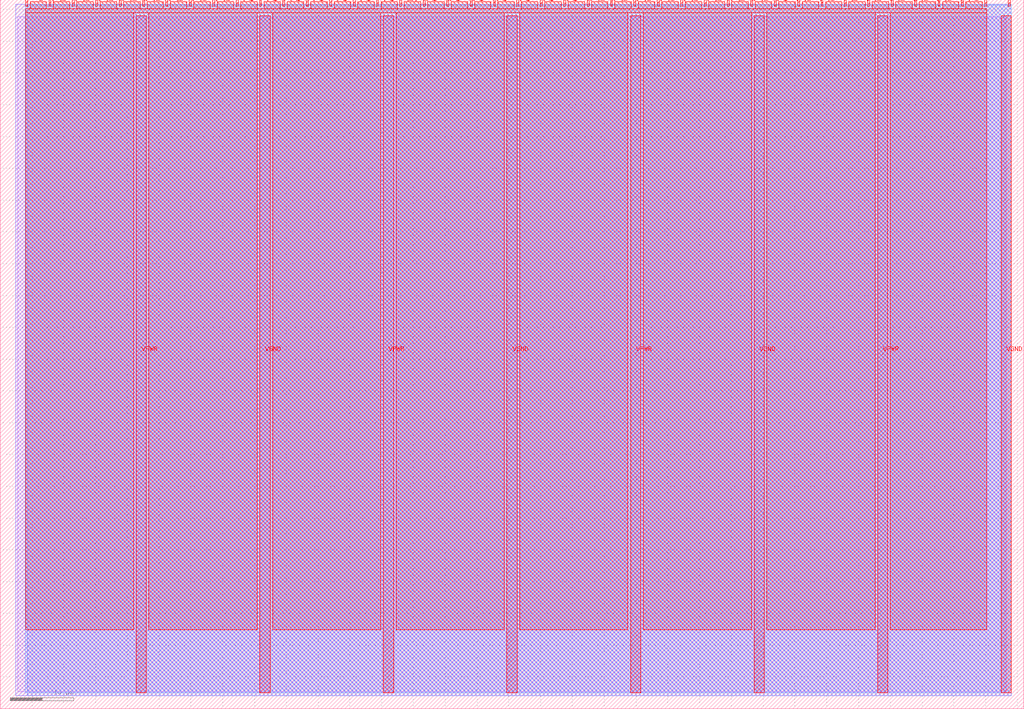
<source format=lef>
VERSION 5.7 ;
  NOWIREEXTENSIONATPIN ON ;
  DIVIDERCHAR "/" ;
  BUSBITCHARS "[]" ;
MACRO tt_um_moving_average_master
  CLASS BLOCK ;
  FOREIGN tt_um_moving_average_master ;
  ORIGIN 0.000 0.000 ;
  SIZE 161.000 BY 111.520 ;
  PIN VGND
    DIRECTION INOUT ;
    USE GROUND ;
    PORT
      LAYER met4 ;
        RECT 40.830 2.480 42.430 109.040 ;
    END
    PORT
      LAYER met4 ;
        RECT 79.700 2.480 81.300 109.040 ;
    END
    PORT
      LAYER met4 ;
        RECT 118.570 2.480 120.170 109.040 ;
    END
    PORT
      LAYER met4 ;
        RECT 157.440 2.480 159.040 109.040 ;
    END
  END VGND
  PIN VPWR
    DIRECTION INOUT ;
    USE POWER ;
    PORT
      LAYER met4 ;
        RECT 21.395 2.480 22.995 109.040 ;
    END
    PORT
      LAYER met4 ;
        RECT 60.265 2.480 61.865 109.040 ;
    END
    PORT
      LAYER met4 ;
        RECT 99.135 2.480 100.735 109.040 ;
    END
    PORT
      LAYER met4 ;
        RECT 138.005 2.480 139.605 109.040 ;
    END
  END VPWR
  PIN clk
    DIRECTION INPUT ;
    USE SIGNAL ;
    ANTENNAGATEAREA 0.852000 ;
    PORT
      LAYER met4 ;
        RECT 154.870 110.520 155.170 111.520 ;
    END
  END clk
  PIN ena
    DIRECTION INPUT ;
    USE SIGNAL ;
    PORT
      LAYER met4 ;
        RECT 158.550 110.520 158.850 111.520 ;
    END
  END ena
  PIN rst_n
    DIRECTION INPUT ;
    USE SIGNAL ;
    ANTENNAGATEAREA 0.213000 ;
    PORT
      LAYER met4 ;
        RECT 151.190 110.520 151.490 111.520 ;
    END
  END rst_n
  PIN ui_in[0]
    DIRECTION INPUT ;
    USE SIGNAL ;
    ANTENNAGATEAREA 0.213000 ;
    PORT
      LAYER met4 ;
        RECT 147.510 110.520 147.810 111.520 ;
    END
  END ui_in[0]
  PIN ui_in[1]
    DIRECTION INPUT ;
    USE SIGNAL ;
    ANTENNAGATEAREA 0.213000 ;
    PORT
      LAYER met4 ;
        RECT 143.830 110.520 144.130 111.520 ;
    END
  END ui_in[1]
  PIN ui_in[2]
    DIRECTION INPUT ;
    USE SIGNAL ;
    ANTENNAGATEAREA 0.213000 ;
    PORT
      LAYER met4 ;
        RECT 140.150 110.520 140.450 111.520 ;
    END
  END ui_in[2]
  PIN ui_in[3]
    DIRECTION INPUT ;
    USE SIGNAL ;
    ANTENNAGATEAREA 0.213000 ;
    PORT
      LAYER met4 ;
        RECT 136.470 110.520 136.770 111.520 ;
    END
  END ui_in[3]
  PIN ui_in[4]
    DIRECTION INPUT ;
    USE SIGNAL ;
    ANTENNAGATEAREA 0.159000 ;
    PORT
      LAYER met4 ;
        RECT 132.790 110.520 133.090 111.520 ;
    END
  END ui_in[4]
  PIN ui_in[5]
    DIRECTION INPUT ;
    USE SIGNAL ;
    ANTENNAGATEAREA 0.213000 ;
    PORT
      LAYER met4 ;
        RECT 129.110 110.520 129.410 111.520 ;
    END
  END ui_in[5]
  PIN ui_in[6]
    DIRECTION INPUT ;
    USE SIGNAL ;
    ANTENNAGATEAREA 0.159000 ;
    PORT
      LAYER met4 ;
        RECT 125.430 110.520 125.730 111.520 ;
    END
  END ui_in[6]
  PIN ui_in[7]
    DIRECTION INPUT ;
    USE SIGNAL ;
    ANTENNAGATEAREA 0.159000 ;
    PORT
      LAYER met4 ;
        RECT 121.750 110.520 122.050 111.520 ;
    END
  END ui_in[7]
  PIN uio_in[0]
    DIRECTION INPUT ;
    USE SIGNAL ;
    ANTENNAGATEAREA 0.213000 ;
    PORT
      LAYER met4 ;
        RECT 118.070 110.520 118.370 111.520 ;
    END
  END uio_in[0]
  PIN uio_in[1]
    DIRECTION INPUT ;
    USE SIGNAL ;
    PORT
      LAYER met4 ;
        RECT 114.390 110.520 114.690 111.520 ;
    END
  END uio_in[1]
  PIN uio_in[2]
    DIRECTION INPUT ;
    USE SIGNAL ;
    ANTENNAGATEAREA 0.159000 ;
    PORT
      LAYER met4 ;
        RECT 110.710 110.520 111.010 111.520 ;
    END
  END uio_in[2]
  PIN uio_in[3]
    DIRECTION INPUT ;
    USE SIGNAL ;
    ANTENNAGATEAREA 0.213000 ;
    PORT
      LAYER met4 ;
        RECT 107.030 110.520 107.330 111.520 ;
    END
  END uio_in[3]
  PIN uio_in[4]
    DIRECTION INPUT ;
    USE SIGNAL ;
    PORT
      LAYER met4 ;
        RECT 103.350 110.520 103.650 111.520 ;
    END
  END uio_in[4]
  PIN uio_in[5]
    DIRECTION INPUT ;
    USE SIGNAL ;
    PORT
      LAYER met4 ;
        RECT 99.670 110.520 99.970 111.520 ;
    END
  END uio_in[5]
  PIN uio_in[6]
    DIRECTION INPUT ;
    USE SIGNAL ;
    ANTENNAGATEAREA 0.213000 ;
    PORT
      LAYER met4 ;
        RECT 95.990 110.520 96.290 111.520 ;
    END
  END uio_in[6]
  PIN uio_in[7]
    DIRECTION INPUT ;
    USE SIGNAL ;
    ANTENNAGATEAREA 0.213000 ;
    PORT
      LAYER met4 ;
        RECT 92.310 110.520 92.610 111.520 ;
    END
  END uio_in[7]
  PIN uio_oe[0]
    DIRECTION OUTPUT TRISTATE ;
    USE SIGNAL ;
    PORT
      LAYER met4 ;
        RECT 29.750 110.520 30.050 111.520 ;
    END
  END uio_oe[0]
  PIN uio_oe[1]
    DIRECTION OUTPUT TRISTATE ;
    USE SIGNAL ;
    PORT
      LAYER met4 ;
        RECT 26.070 110.520 26.370 111.520 ;
    END
  END uio_oe[1]
  PIN uio_oe[2]
    DIRECTION OUTPUT TRISTATE ;
    USE SIGNAL ;
    PORT
      LAYER met4 ;
        RECT 22.390 110.520 22.690 111.520 ;
    END
  END uio_oe[2]
  PIN uio_oe[3]
    DIRECTION OUTPUT TRISTATE ;
    USE SIGNAL ;
    PORT
      LAYER met4 ;
        RECT 18.710 110.520 19.010 111.520 ;
    END
  END uio_oe[3]
  PIN uio_oe[4]
    DIRECTION OUTPUT TRISTATE ;
    USE SIGNAL ;
    PORT
      LAYER met4 ;
        RECT 15.030 110.520 15.330 111.520 ;
    END
  END uio_oe[4]
  PIN uio_oe[5]
    DIRECTION OUTPUT TRISTATE ;
    USE SIGNAL ;
    PORT
      LAYER met4 ;
        RECT 11.350 110.520 11.650 111.520 ;
    END
  END uio_oe[5]
  PIN uio_oe[6]
    DIRECTION OUTPUT TRISTATE ;
    USE SIGNAL ;
    PORT
      LAYER met4 ;
        RECT 7.670 110.520 7.970 111.520 ;
    END
  END uio_oe[6]
  PIN uio_oe[7]
    DIRECTION OUTPUT TRISTATE ;
    USE SIGNAL ;
    PORT
      LAYER met4 ;
        RECT 3.990 110.520 4.290 111.520 ;
    END
  END uio_oe[7]
  PIN uio_out[0]
    DIRECTION OUTPUT TRISTATE ;
    USE SIGNAL ;
    PORT
      LAYER met4 ;
        RECT 59.190 110.520 59.490 111.520 ;
    END
  END uio_out[0]
  PIN uio_out[1]
    DIRECTION OUTPUT TRISTATE ;
    USE SIGNAL ;
    ANTENNADIFFAREA 0.445500 ;
    PORT
      LAYER met4 ;
        RECT 55.510 110.520 55.810 111.520 ;
    END
  END uio_out[1]
  PIN uio_out[2]
    DIRECTION OUTPUT TRISTATE ;
    USE SIGNAL ;
    PORT
      LAYER met4 ;
        RECT 51.830 110.520 52.130 111.520 ;
    END
  END uio_out[2]
  PIN uio_out[3]
    DIRECTION OUTPUT TRISTATE ;
    USE SIGNAL ;
    PORT
      LAYER met4 ;
        RECT 48.150 110.520 48.450 111.520 ;
    END
  END uio_out[3]
  PIN uio_out[4]
    DIRECTION OUTPUT TRISTATE ;
    USE SIGNAL ;
    ANTENNADIFFAREA 0.891000 ;
    PORT
      LAYER met4 ;
        RECT 44.470 110.520 44.770 111.520 ;
    END
  END uio_out[4]
  PIN uio_out[5]
    DIRECTION OUTPUT TRISTATE ;
    USE SIGNAL ;
    ANTENNADIFFAREA 0.891000 ;
    PORT
      LAYER met4 ;
        RECT 40.790 110.520 41.090 111.520 ;
    END
  END uio_out[5]
  PIN uio_out[6]
    DIRECTION OUTPUT TRISTATE ;
    USE SIGNAL ;
    PORT
      LAYER met4 ;
        RECT 37.110 110.520 37.410 111.520 ;
    END
  END uio_out[6]
  PIN uio_out[7]
    DIRECTION OUTPUT TRISTATE ;
    USE SIGNAL ;
    PORT
      LAYER met4 ;
        RECT 33.430 110.520 33.730 111.520 ;
    END
  END uio_out[7]
  PIN uo_out[0]
    DIRECTION OUTPUT TRISTATE ;
    USE SIGNAL ;
    ANTENNADIFFAREA 0.891000 ;
    PORT
      LAYER met4 ;
        RECT 88.630 110.520 88.930 111.520 ;
    END
  END uo_out[0]
  PIN uo_out[1]
    DIRECTION OUTPUT TRISTATE ;
    USE SIGNAL ;
    ANTENNADIFFAREA 0.891000 ;
    PORT
      LAYER met4 ;
        RECT 84.950 110.520 85.250 111.520 ;
    END
  END uo_out[1]
  PIN uo_out[2]
    DIRECTION OUTPUT TRISTATE ;
    USE SIGNAL ;
    ANTENNADIFFAREA 0.891000 ;
    PORT
      LAYER met4 ;
        RECT 81.270 110.520 81.570 111.520 ;
    END
  END uo_out[2]
  PIN uo_out[3]
    DIRECTION OUTPUT TRISTATE ;
    USE SIGNAL ;
    ANTENNADIFFAREA 0.891000 ;
    PORT
      LAYER met4 ;
        RECT 77.590 110.520 77.890 111.520 ;
    END
  END uo_out[3]
  PIN uo_out[4]
    DIRECTION OUTPUT TRISTATE ;
    USE SIGNAL ;
    ANTENNADIFFAREA 0.891000 ;
    PORT
      LAYER met4 ;
        RECT 73.910 110.520 74.210 111.520 ;
    END
  END uo_out[4]
  PIN uo_out[5]
    DIRECTION OUTPUT TRISTATE ;
    USE SIGNAL ;
    ANTENNADIFFAREA 0.891000 ;
    PORT
      LAYER met4 ;
        RECT 70.230 110.520 70.530 111.520 ;
    END
  END uo_out[5]
  PIN uo_out[6]
    DIRECTION OUTPUT TRISTATE ;
    USE SIGNAL ;
    ANTENNADIFFAREA 0.891000 ;
    PORT
      LAYER met4 ;
        RECT 66.550 110.520 66.850 111.520 ;
    END
  END uo_out[6]
  PIN uo_out[7]
    DIRECTION OUTPUT TRISTATE ;
    USE SIGNAL ;
    ANTENNADIFFAREA 0.891000 ;
    PORT
      LAYER met4 ;
        RECT 62.870 110.520 63.170 111.520 ;
    END
  END uo_out[7]
  OBS
      LAYER li1 ;
        RECT 2.760 2.635 158.240 108.885 ;
      LAYER met1 ;
        RECT 2.460 2.080 159.040 110.800 ;
      LAYER met2 ;
        RECT 4.230 2.050 159.010 110.830 ;
      LAYER met3 ;
        RECT 3.950 2.555 159.030 110.665 ;
      LAYER met4 ;
        RECT 4.690 110.120 7.270 111.170 ;
        RECT 8.370 110.120 10.950 111.170 ;
        RECT 12.050 110.120 14.630 111.170 ;
        RECT 15.730 110.120 18.310 111.170 ;
        RECT 19.410 110.120 21.990 111.170 ;
        RECT 23.090 110.120 25.670 111.170 ;
        RECT 26.770 110.120 29.350 111.170 ;
        RECT 30.450 110.120 33.030 111.170 ;
        RECT 34.130 110.120 36.710 111.170 ;
        RECT 37.810 110.120 40.390 111.170 ;
        RECT 41.490 110.120 44.070 111.170 ;
        RECT 45.170 110.120 47.750 111.170 ;
        RECT 48.850 110.120 51.430 111.170 ;
        RECT 52.530 110.120 55.110 111.170 ;
        RECT 56.210 110.120 58.790 111.170 ;
        RECT 59.890 110.120 62.470 111.170 ;
        RECT 63.570 110.120 66.150 111.170 ;
        RECT 67.250 110.120 69.830 111.170 ;
        RECT 70.930 110.120 73.510 111.170 ;
        RECT 74.610 110.120 77.190 111.170 ;
        RECT 78.290 110.120 80.870 111.170 ;
        RECT 81.970 110.120 84.550 111.170 ;
        RECT 85.650 110.120 88.230 111.170 ;
        RECT 89.330 110.120 91.910 111.170 ;
        RECT 93.010 110.120 95.590 111.170 ;
        RECT 96.690 110.120 99.270 111.170 ;
        RECT 100.370 110.120 102.950 111.170 ;
        RECT 104.050 110.120 106.630 111.170 ;
        RECT 107.730 110.120 110.310 111.170 ;
        RECT 111.410 110.120 113.990 111.170 ;
        RECT 115.090 110.120 117.670 111.170 ;
        RECT 118.770 110.120 121.350 111.170 ;
        RECT 122.450 110.120 125.030 111.170 ;
        RECT 126.130 110.120 128.710 111.170 ;
        RECT 129.810 110.120 132.390 111.170 ;
        RECT 133.490 110.120 136.070 111.170 ;
        RECT 137.170 110.120 139.750 111.170 ;
        RECT 140.850 110.120 143.430 111.170 ;
        RECT 144.530 110.120 147.110 111.170 ;
        RECT 148.210 110.120 150.790 111.170 ;
        RECT 151.890 110.120 154.470 111.170 ;
        RECT 3.975 109.440 155.185 110.120 ;
        RECT 3.975 12.415 20.995 109.440 ;
        RECT 23.395 12.415 40.430 109.440 ;
        RECT 42.830 12.415 59.865 109.440 ;
        RECT 62.265 12.415 79.300 109.440 ;
        RECT 81.700 12.415 98.735 109.440 ;
        RECT 101.135 12.415 118.170 109.440 ;
        RECT 120.570 12.415 137.605 109.440 ;
        RECT 140.005 12.415 155.185 109.440 ;
  END
END tt_um_moving_average_master
END LIBRARY


</source>
